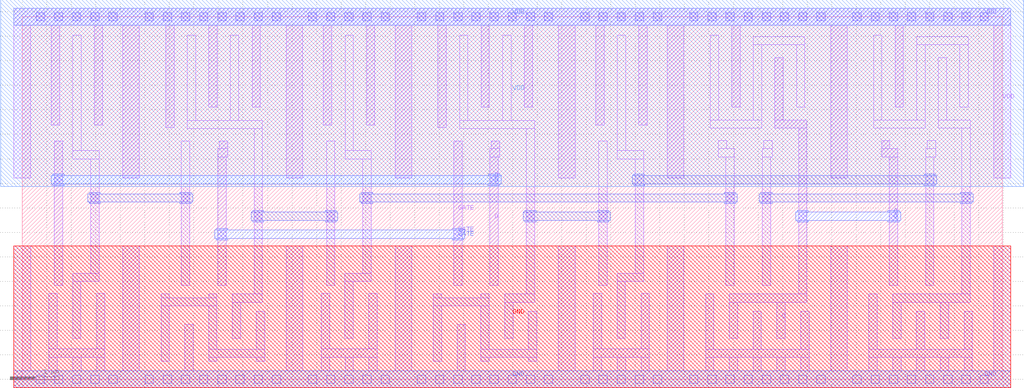
<source format=lef>
VERSION 5.7 ;
  NOWIREEXTENSIONATPIN ON ;
  DIVIDERCHAR "/" ;
  BUSBITCHARS "[]" ;
MACRO DLATCH
  CLASS CORE ;
  FOREIGN DLATCH ;
  ORIGIN 0.000 0.000 ;
  SIZE 19.980 BY 7.400 ;
  SYMMETRY X Y R90 ;
  SITE unitrh ;
  PIN Q
    DIRECTION OUTPUT ;
    USE SIGNAL ;
    ANTENNAGATEAREA 1.027250 ;
    ANTENNADIFFAREA 0.963050 ;
    PORT
      LAYER li1 ;
        RECT 15.345 5.295 15.515 6.565 ;
        RECT 15.345 5.125 15.995 5.295 ;
        RECT 15.825 1.740 15.995 5.125 ;
        RECT 17.520 4.710 17.690 4.870 ;
        RECT 17.520 4.540 17.845 4.710 ;
        RECT 17.675 1.915 17.845 4.540 ;
        RECT 14.415 1.570 15.995 1.740 ;
        RECT 14.415 0.835 14.585 1.570 ;
        RECT 15.385 0.835 15.555 1.570 ;
      LAYER mcon ;
        RECT 15.825 3.245 15.995 3.415 ;
        RECT 17.675 3.245 17.845 3.415 ;
      LAYER met1 ;
        RECT 15.795 3.415 16.025 3.445 ;
        RECT 17.645 3.415 17.875 3.445 ;
        RECT 15.765 3.245 17.905 3.415 ;
        RECT 15.795 3.215 16.025 3.245 ;
        RECT 17.645 3.215 17.875 3.245 ;
    END
  END Q
  PIN D
    DIRECTION INPUT ;
    USE SIGNAL ;
    ANTENNAGATEAREA 2.054500 ;
    PORT
      LAYER li1 ;
        RECT 0.655 1.920 0.825 4.865 ;
        RECT 9.565 4.710 9.735 4.865 ;
        RECT 9.535 4.535 9.735 4.710 ;
        RECT 9.535 1.915 9.705 4.535 ;
      LAYER mcon ;
        RECT 0.655 3.985 0.825 4.155 ;
        RECT 9.535 3.985 9.705 4.155 ;
      LAYER met1 ;
        RECT 0.625 4.155 0.855 4.185 ;
        RECT 9.505 4.155 9.735 4.185 ;
        RECT 0.595 3.985 9.765 4.155 ;
        RECT 0.625 3.955 0.855 3.985 ;
        RECT 9.505 3.955 9.735 3.985 ;
    END
  END D
  PIN GATE
    DIRECTION INPUT ;
    USE SIGNAL ;
    ANTENNAGATEAREA 2.060500 ;
    PORT
      LAYER li1 ;
        RECT 4.015 4.710 4.185 4.865 ;
        RECT 3.985 4.535 4.185 4.710 ;
        RECT 3.985 1.915 4.155 4.535 ;
        RECT 8.795 1.915 8.965 4.865 ;
      LAYER mcon ;
        RECT 3.985 2.875 4.155 3.045 ;
        RECT 8.795 2.875 8.965 3.045 ;
      LAYER met1 ;
        RECT 3.955 3.045 4.185 3.075 ;
        RECT 8.765 3.045 8.995 3.075 ;
        RECT 3.925 2.875 9.025 3.045 ;
        RECT 3.955 2.845 4.185 2.875 ;
        RECT 8.765 2.845 8.995 2.875 ;
    END
  END GATE
  PIN VDD
    DIRECTION INOUT ;
    USE POWER ;
    SHAPE ABUTMENT ;
    PORT
      LAYER nwell ;
        RECT -0.435 3.930 20.415 7.750 ;
      LAYER li1 ;
        RECT -0.170 7.230 20.150 7.570 ;
        RECT -0.170 4.110 0.170 7.230 ;
        RECT 0.590 5.185 0.760 7.230 ;
        RECT 1.470 5.185 1.640 7.230 ;
        RECT 2.050 4.110 2.390 7.230 ;
        RECT 2.925 5.135 3.095 7.230 ;
        RECT 3.805 5.555 3.975 7.230 ;
        RECT 4.685 5.555 4.855 7.230 ;
        RECT 5.380 4.110 5.720 7.230 ;
        RECT 6.140 5.185 6.310 7.230 ;
        RECT 7.020 5.185 7.190 7.230 ;
        RECT 7.600 4.110 7.940 7.230 ;
        RECT 8.475 5.135 8.645 7.230 ;
        RECT 9.355 5.555 9.525 7.230 ;
        RECT 10.235 5.555 10.405 7.230 ;
        RECT 10.930 4.110 11.270 7.230 ;
        RECT 11.690 5.185 11.860 7.230 ;
        RECT 12.570 5.185 12.740 7.230 ;
        RECT 13.150 4.110 13.490 7.230 ;
        RECT 14.465 5.555 14.635 7.230 ;
        RECT 16.480 4.110 16.820 7.230 ;
        RECT 17.795 5.555 17.965 7.230 ;
        RECT 19.810 4.110 20.150 7.230 ;
      LAYER mcon ;
        RECT 0.285 7.315 0.455 7.485 ;
        RECT 0.655 7.315 0.825 7.485 ;
        RECT 1.025 7.315 1.195 7.485 ;
        RECT 1.395 7.315 1.565 7.485 ;
        RECT 1.765 7.315 1.935 7.485 ;
        RECT 2.505 7.315 2.675 7.485 ;
        RECT 2.875 7.315 3.045 7.485 ;
        RECT 3.245 7.315 3.415 7.485 ;
        RECT 3.615 7.315 3.785 7.485 ;
        RECT 3.985 7.315 4.155 7.485 ;
        RECT 4.355 7.315 4.525 7.485 ;
        RECT 4.725 7.315 4.895 7.485 ;
        RECT 5.095 7.315 5.265 7.485 ;
        RECT 5.835 7.315 6.005 7.485 ;
        RECT 6.205 7.315 6.375 7.485 ;
        RECT 6.575 7.315 6.745 7.485 ;
        RECT 6.945 7.315 7.115 7.485 ;
        RECT 7.315 7.315 7.485 7.485 ;
        RECT 8.055 7.315 8.225 7.485 ;
        RECT 8.425 7.315 8.595 7.485 ;
        RECT 8.795 7.315 8.965 7.485 ;
        RECT 9.165 7.315 9.335 7.485 ;
        RECT 9.535 7.315 9.705 7.485 ;
        RECT 9.905 7.315 10.075 7.485 ;
        RECT 10.275 7.315 10.445 7.485 ;
        RECT 10.645 7.315 10.815 7.485 ;
        RECT 11.385 7.315 11.555 7.485 ;
        RECT 11.755 7.315 11.925 7.485 ;
        RECT 12.125 7.315 12.295 7.485 ;
        RECT 12.495 7.315 12.665 7.485 ;
        RECT 12.865 7.315 13.035 7.485 ;
        RECT 13.605 7.315 13.775 7.485 ;
        RECT 13.975 7.315 14.145 7.485 ;
        RECT 14.345 7.315 14.515 7.485 ;
        RECT 14.715 7.315 14.885 7.485 ;
        RECT 15.085 7.315 15.255 7.485 ;
        RECT 15.455 7.315 15.625 7.485 ;
        RECT 15.825 7.315 15.995 7.485 ;
        RECT 16.195 7.315 16.365 7.485 ;
        RECT 16.935 7.315 17.105 7.485 ;
        RECT 17.305 7.315 17.475 7.485 ;
        RECT 17.675 7.315 17.845 7.485 ;
        RECT 18.045 7.315 18.215 7.485 ;
        RECT 18.415 7.315 18.585 7.485 ;
        RECT 18.785 7.315 18.955 7.485 ;
        RECT 19.155 7.315 19.325 7.485 ;
        RECT 19.525 7.315 19.695 7.485 ;
      LAYER met1 ;
        RECT -0.170 7.230 20.150 7.570 ;
    END
  END VDD
  PIN GND
    DIRECTION INOUT ;
    USE GROUND ;
    SHAPE ABUTMENT ;
    PORT
      LAYER pwell ;
        RECT -0.170 -0.170 20.150 2.720 ;
      LAYER li1 ;
        RECT -0.170 0.170 0.170 2.720 ;
        RECT 0.545 0.620 0.715 1.750 ;
        RECT 1.515 0.620 1.685 1.750 ;
        RECT 0.545 0.450 1.685 0.620 ;
        RECT 0.545 0.170 0.715 0.450 ;
        RECT 1.030 0.170 1.200 0.450 ;
        RECT 1.515 0.170 1.685 0.450 ;
        RECT 2.050 0.170 2.390 2.720 ;
        RECT 3.315 0.170 3.485 1.120 ;
        RECT 5.380 0.170 5.720 2.720 ;
        RECT 6.095 0.620 6.265 1.750 ;
        RECT 7.065 0.620 7.235 1.750 ;
        RECT 6.095 0.450 7.235 0.620 ;
        RECT 6.095 0.170 6.265 0.450 ;
        RECT 6.580 0.170 6.750 0.450 ;
        RECT 7.065 0.170 7.235 0.450 ;
        RECT 7.600 0.170 7.940 2.720 ;
        RECT 8.865 0.170 9.035 1.120 ;
        RECT 10.930 0.170 11.270 2.720 ;
        RECT 11.645 0.620 11.815 1.750 ;
        RECT 12.615 0.620 12.785 1.750 ;
        RECT 11.645 0.450 12.785 0.620 ;
        RECT 11.645 0.170 11.815 0.450 ;
        RECT 12.130 0.170 12.300 0.450 ;
        RECT 12.615 0.170 12.785 0.450 ;
        RECT 13.150 0.170 13.490 2.720 ;
        RECT 13.930 0.615 14.100 1.745 ;
        RECT 14.900 0.615 15.070 1.390 ;
        RECT 15.870 0.615 16.040 1.390 ;
        RECT 13.930 0.445 16.040 0.615 ;
        RECT 13.930 0.170 14.100 0.445 ;
        RECT 14.415 0.170 14.585 0.445 ;
        RECT 14.900 0.170 15.070 0.445 ;
        RECT 15.385 0.170 15.555 0.445 ;
        RECT 15.870 0.170 16.040 0.445 ;
        RECT 16.480 0.170 16.820 2.720 ;
        RECT 17.260 0.615 17.430 1.745 ;
        RECT 18.230 0.615 18.400 1.390 ;
        RECT 19.200 0.615 19.370 1.390 ;
        RECT 17.260 0.445 19.370 0.615 ;
        RECT 17.260 0.170 17.430 0.445 ;
        RECT 17.745 0.170 17.915 0.445 ;
        RECT 18.230 0.170 18.400 0.445 ;
        RECT 18.715 0.170 18.885 0.445 ;
        RECT 19.200 0.170 19.370 0.445 ;
        RECT 19.810 0.170 20.150 2.720 ;
        RECT -0.170 -0.170 20.150 0.170 ;
      LAYER mcon ;
        RECT 0.285 -0.085 0.455 0.085 ;
        RECT 0.655 -0.085 0.825 0.085 ;
        RECT 1.025 -0.085 1.195 0.085 ;
        RECT 1.395 -0.085 1.565 0.085 ;
        RECT 1.765 -0.085 1.935 0.085 ;
        RECT 2.505 -0.085 2.675 0.085 ;
        RECT 2.875 -0.085 3.045 0.085 ;
        RECT 3.245 -0.085 3.415 0.085 ;
        RECT 3.615 -0.085 3.785 0.085 ;
        RECT 3.985 -0.085 4.155 0.085 ;
        RECT 4.355 -0.085 4.525 0.085 ;
        RECT 4.725 -0.085 4.895 0.085 ;
        RECT 5.095 -0.085 5.265 0.085 ;
        RECT 5.835 -0.085 6.005 0.085 ;
        RECT 6.205 -0.085 6.375 0.085 ;
        RECT 6.575 -0.085 6.745 0.085 ;
        RECT 6.945 -0.085 7.115 0.085 ;
        RECT 7.315 -0.085 7.485 0.085 ;
        RECT 8.055 -0.085 8.225 0.085 ;
        RECT 8.425 -0.085 8.595 0.085 ;
        RECT 8.795 -0.085 8.965 0.085 ;
        RECT 9.165 -0.085 9.335 0.085 ;
        RECT 9.535 -0.085 9.705 0.085 ;
        RECT 9.905 -0.085 10.075 0.085 ;
        RECT 10.275 -0.085 10.445 0.085 ;
        RECT 10.645 -0.085 10.815 0.085 ;
        RECT 11.385 -0.085 11.555 0.085 ;
        RECT 11.755 -0.085 11.925 0.085 ;
        RECT 12.125 -0.085 12.295 0.085 ;
        RECT 12.495 -0.085 12.665 0.085 ;
        RECT 12.865 -0.085 13.035 0.085 ;
        RECT 13.605 -0.085 13.775 0.085 ;
        RECT 13.975 -0.085 14.145 0.085 ;
        RECT 14.345 -0.085 14.515 0.085 ;
        RECT 14.715 -0.085 14.885 0.085 ;
        RECT 15.085 -0.085 15.255 0.085 ;
        RECT 15.455 -0.085 15.625 0.085 ;
        RECT 15.825 -0.085 15.995 0.085 ;
        RECT 16.195 -0.085 16.365 0.085 ;
        RECT 16.935 -0.085 17.105 0.085 ;
        RECT 17.305 -0.085 17.475 0.085 ;
        RECT 17.675 -0.085 17.845 0.085 ;
        RECT 18.045 -0.085 18.215 0.085 ;
        RECT 18.415 -0.085 18.585 0.085 ;
        RECT 18.785 -0.085 18.955 0.085 ;
        RECT 19.155 -0.085 19.325 0.085 ;
        RECT 19.525 -0.085 19.695 0.085 ;
      LAYER met1 ;
        RECT -0.170 -0.170 20.150 0.170 ;
    END
  END GND
  OBS
      LAYER li1 ;
        RECT 1.030 4.665 1.200 7.020 ;
        RECT 3.365 5.285 3.535 7.020 ;
        RECT 4.245 5.285 4.415 7.020 ;
        RECT 3.365 5.115 4.895 5.285 ;
        RECT 1.030 4.495 1.565 4.665 ;
        RECT 1.395 2.165 1.565 4.495 ;
        RECT 1.025 1.995 1.565 2.165 ;
        RECT 1.025 0.840 1.195 1.995 ;
        RECT 3.245 1.915 3.415 4.865 ;
        RECT 2.830 1.665 3.000 1.745 ;
        RECT 3.800 1.665 3.970 1.745 ;
        RECT 4.725 1.740 4.895 5.115 ;
        RECT 6.205 1.920 6.375 4.865 ;
        RECT 6.580 4.665 6.750 7.020 ;
        RECT 8.915 5.285 9.085 7.020 ;
        RECT 9.795 5.285 9.965 7.020 ;
        RECT 8.915 5.115 10.445 5.285 ;
        RECT 6.580 4.495 7.115 4.665 ;
        RECT 6.945 2.165 7.115 4.495 ;
        RECT 6.575 1.995 7.115 2.165 ;
        RECT 2.830 1.495 3.970 1.665 ;
        RECT 2.830 0.365 3.000 1.495 ;
        RECT 3.800 0.615 3.970 1.495 ;
        RECT 4.285 1.570 4.895 1.740 ;
        RECT 4.285 0.835 4.455 1.570 ;
        RECT 4.770 0.615 4.940 1.385 ;
        RECT 6.575 0.840 6.745 1.995 ;
        RECT 8.380 1.665 8.550 1.745 ;
        RECT 9.350 1.665 9.520 1.745 ;
        RECT 10.275 1.740 10.445 5.115 ;
        RECT 11.755 1.920 11.925 4.865 ;
        RECT 12.130 4.665 12.300 7.020 ;
        RECT 14.025 5.295 14.195 7.025 ;
        RECT 14.905 6.825 15.955 6.995 ;
        RECT 14.905 5.295 15.075 6.825 ;
        RECT 15.785 5.555 15.955 6.825 ;
        RECT 14.025 5.125 15.075 5.295 ;
        RECT 17.355 5.295 17.525 7.025 ;
        RECT 18.235 6.825 19.285 6.995 ;
        RECT 18.235 5.295 18.405 6.825 ;
        RECT 17.355 5.125 18.405 5.295 ;
        RECT 18.675 5.295 18.845 6.565 ;
        RECT 19.115 5.555 19.285 6.825 ;
        RECT 18.675 5.125 19.325 5.295 ;
        RECT 14.190 4.710 14.360 4.870 ;
        RECT 15.120 4.710 15.290 4.870 ;
        RECT 18.450 4.710 18.620 4.870 ;
        RECT 12.130 4.495 12.665 4.665 ;
        RECT 14.190 4.540 14.515 4.710 ;
        RECT 12.495 2.165 12.665 4.495 ;
        RECT 12.125 1.995 12.665 2.165 ;
        RECT 8.380 1.495 9.520 1.665 ;
        RECT 3.800 0.445 4.940 0.615 ;
        RECT 3.800 0.365 3.970 0.445 ;
        RECT 4.770 0.365 4.940 0.445 ;
        RECT 8.380 0.365 8.550 1.495 ;
        RECT 9.350 0.615 9.520 1.495 ;
        RECT 9.835 1.570 10.445 1.740 ;
        RECT 9.835 0.835 10.005 1.570 ;
        RECT 10.320 0.615 10.490 1.385 ;
        RECT 12.125 0.840 12.295 1.995 ;
        RECT 14.345 1.915 14.515 4.540 ;
        RECT 15.085 4.540 15.290 4.710 ;
        RECT 18.415 4.540 18.620 4.710 ;
        RECT 15.085 1.915 15.255 4.540 ;
        RECT 18.415 1.915 18.585 4.540 ;
        RECT 19.155 1.740 19.325 5.125 ;
        RECT 17.745 1.570 19.325 1.740 ;
        RECT 17.745 0.835 17.915 1.570 ;
        RECT 18.715 0.835 18.885 1.570 ;
        RECT 9.350 0.445 10.490 0.615 ;
        RECT 9.350 0.365 9.520 0.445 ;
        RECT 10.320 0.365 10.490 0.445 ;
      LAYER mcon ;
        RECT 1.395 3.615 1.565 3.785 ;
        RECT 3.245 3.615 3.415 3.785 ;
        RECT 4.725 3.245 4.895 3.415 ;
        RECT 6.205 3.245 6.375 3.415 ;
        RECT 6.945 3.615 7.115 3.785 ;
        RECT 10.275 3.245 10.445 3.415 ;
        RECT 11.755 3.245 11.925 3.415 ;
        RECT 12.495 3.985 12.665 4.155 ;
        RECT 14.345 3.615 14.515 3.785 ;
        RECT 15.085 3.615 15.255 3.785 ;
        RECT 18.415 3.985 18.585 4.155 ;
        RECT 19.155 3.615 19.325 3.785 ;
      LAYER met1 ;
        RECT 12.465 4.155 12.695 4.185 ;
        RECT 18.385 4.155 18.615 4.185 ;
        RECT 12.435 3.985 18.645 4.155 ;
        RECT 12.465 3.955 12.695 3.985 ;
        RECT 18.385 3.955 18.615 3.985 ;
        RECT 1.365 3.785 1.595 3.815 ;
        RECT 3.215 3.785 3.445 3.815 ;
        RECT 6.915 3.785 7.145 3.815 ;
        RECT 14.315 3.785 14.545 3.815 ;
        RECT 15.055 3.785 15.285 3.815 ;
        RECT 19.125 3.785 19.355 3.815 ;
        RECT 1.335 3.615 3.475 3.785 ;
        RECT 6.885 3.615 14.575 3.785 ;
        RECT 15.025 3.615 19.385 3.785 ;
        RECT 1.365 3.585 1.595 3.615 ;
        RECT 3.215 3.585 3.445 3.615 ;
        RECT 6.915 3.585 7.145 3.615 ;
        RECT 14.315 3.585 14.545 3.615 ;
        RECT 15.055 3.585 15.285 3.615 ;
        RECT 19.125 3.585 19.355 3.615 ;
        RECT 4.695 3.415 4.925 3.445 ;
        RECT 6.175 3.415 6.405 3.445 ;
        RECT 10.245 3.415 10.475 3.445 ;
        RECT 11.725 3.415 11.955 3.445 ;
        RECT 4.665 3.245 6.435 3.415 ;
        RECT 10.215 3.245 11.985 3.415 ;
        RECT 4.695 3.215 4.925 3.245 ;
        RECT 6.175 3.215 6.405 3.245 ;
        RECT 10.245 3.215 10.475 3.245 ;
        RECT 11.725 3.215 11.955 3.245 ;
  END
END DLATCH
END LIBRARY


</source>
